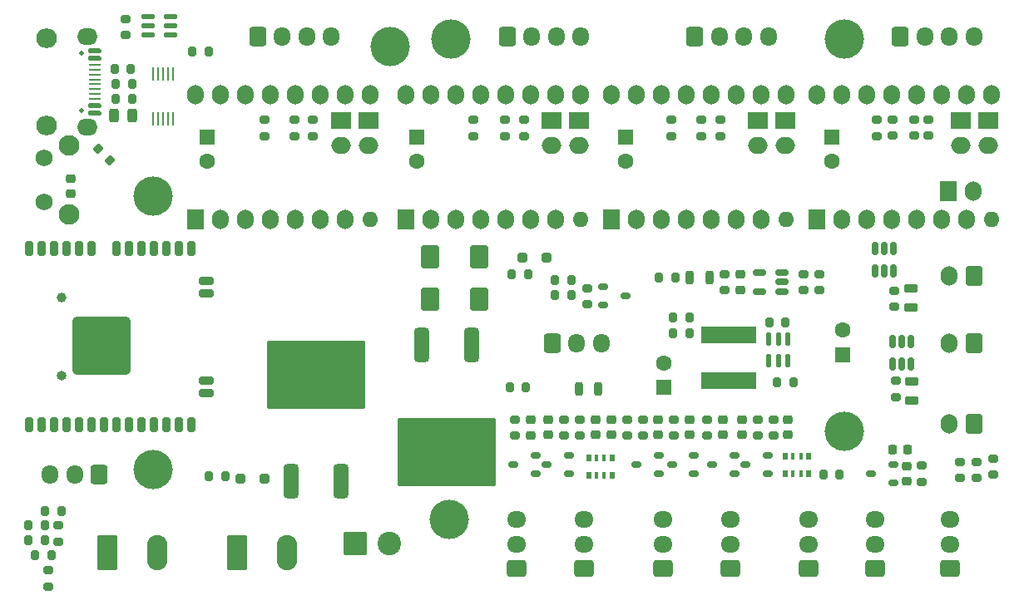
<source format=gbr>
%TF.GenerationSoftware,KiCad,Pcbnew,9.0.1-9.0.1-0~ubuntu24.04.1*%
%TF.CreationDate,2025-04-30T23:19:22+03:00*%
%TF.ProjectId,HYB_ESPA,4859425f-4553-4504-912e-6b696361645f,V_0.1b*%
%TF.SameCoordinates,PX5f5e100PY5f5e100*%
%TF.FileFunction,Soldermask,Top*%
%TF.FilePolarity,Negative*%
%FSLAX46Y46*%
G04 Gerber Fmt 4.6, Leading zero omitted, Abs format (unit mm)*
G04 Created by KiCad (PCBNEW 9.0.1-9.0.1-0~ubuntu24.04.1) date 2025-04-30 23:19:22*
%MOMM*%
%LPD*%
G01*
G04 APERTURE LIST*
G04 Aperture macros list*
%AMRoundRect*
0 Rectangle with rounded corners*
0 $1 Rounding radius*
0 $2 $3 $4 $5 $6 $7 $8 $9 X,Y pos of 4 corners*
0 Add a 4 corners polygon primitive as box body*
4,1,4,$2,$3,$4,$5,$6,$7,$8,$9,$2,$3,0*
0 Add four circle primitives for the rounded corners*
1,1,$1+$1,$2,$3*
1,1,$1+$1,$4,$5*
1,1,$1+$1,$6,$7*
1,1,$1+$1,$8,$9*
0 Add four rect primitives between the rounded corners*
20,1,$1+$1,$2,$3,$4,$5,0*
20,1,$1+$1,$4,$5,$6,$7,0*
20,1,$1+$1,$6,$7,$8,$9,0*
20,1,$1+$1,$8,$9,$2,$3,0*%
G04 Aperture macros list end*
%ADD10RoundRect,0.200000X-0.275000X0.200000X-0.275000X-0.200000X0.275000X-0.200000X0.275000X0.200000X0*%
%ADD11RoundRect,0.200000X0.200000X0.500000X-0.200000X0.500000X-0.200000X-0.500000X0.200000X-0.500000X0*%
%ADD12RoundRect,0.150000X0.150000X-0.512500X0.150000X0.512500X-0.150000X0.512500X-0.150000X-0.512500X0*%
%ADD13RoundRect,0.249999X-0.790001X-1.550001X0.790001X-1.550001X0.790001X1.550001X-0.790001X1.550001X0*%
%ADD14O,2.080000X3.600000*%
%ADD15RoundRect,0.200000X-0.200000X-0.275000X0.200000X-0.275000X0.200000X0.275000X-0.200000X0.275000X0*%
%ADD16RoundRect,0.225000X0.250000X-0.225000X0.250000X0.225000X-0.250000X0.225000X-0.250000X-0.225000X0*%
%ADD17RoundRect,0.250000X0.725000X-0.600000X0.725000X0.600000X-0.725000X0.600000X-0.725000X-0.600000X0*%
%ADD18O,1.950000X1.700000*%
%ADD19RoundRect,0.200000X0.275000X-0.200000X0.275000X0.200000X-0.275000X0.200000X-0.275000X-0.200000X0*%
%ADD20RoundRect,0.200000X0.200000X0.550060X-0.200000X0.550060X-0.200000X-0.550060X0.200000X-0.550060X0*%
%ADD21RoundRect,0.200000X-0.550060X0.200000X-0.550060X-0.200000X0.550060X-0.200000X0.550060X0.200000X0*%
%ADD22RoundRect,0.599999X2.399996X2.399996X-2.399996X2.399996X-2.399996X-2.399996X2.399996X-2.399996X0*%
%ADD23C,0.500000*%
%ADD24RoundRect,0.112500X-0.537500X0.112500X-0.537500X-0.112500X0.537500X-0.112500X0.537500X0.112500X0*%
%ADD25R,1.300000X0.240000*%
%ADD26O,2.100000X1.700000*%
%ADD27O,2.100000X2.000000*%
%ADD28R,2.000000X1.700000*%
%ADD29O,2.000000X1.700000*%
%ADD30R,0.500000X0.800000*%
%ADD31R,0.400000X0.800000*%
%ADD32R,1.600000X1.600000*%
%ADD33C,1.600000*%
%ADD34R,1.700000X2.000000*%
%ADD35O,1.700000X2.000000*%
%ADD36RoundRect,0.250000X0.600000X0.750000X-0.600000X0.750000X-0.600000X-0.750000X0.600000X-0.750000X0*%
%ADD37RoundRect,0.137500X0.137500X-0.525000X0.137500X0.525000X-0.137500X0.525000X-0.137500X-0.525000X0*%
%ADD38RoundRect,0.200000X0.500000X-0.200000X0.500000X0.200000X-0.500000X0.200000X-0.500000X-0.200000X0*%
%ADD39RoundRect,0.150000X0.350000X0.150000X-0.350000X0.150000X-0.350000X-0.150000X0.350000X-0.150000X0*%
%ADD40O,1.600000X1.600000*%
%ADD41C,4.000000*%
%ADD42RoundRect,0.225000X-0.250000X0.225000X-0.250000X-0.225000X0.250000X-0.225000X0.250000X0.225000X0*%
%ADD43RoundRect,0.200000X0.200000X0.275000X-0.200000X0.275000X-0.200000X-0.275000X0.200000X-0.275000X0*%
%ADD44RoundRect,0.340910X0.409090X-1.409090X0.409090X1.409090X-0.409090X1.409090X-0.409090X-1.409090X0*%
%ADD45RoundRect,0.186172X4.813828X-3.313828X4.813828X3.313828X-4.813828X3.313828X-4.813828X-3.313828X0*%
%ADD46RoundRect,0.200000X-0.335876X-0.053033X-0.053033X-0.335876X0.335876X0.053033X0.053033X0.335876X0*%
%ADD47RoundRect,0.250000X-0.600000X-0.725000X0.600000X-0.725000X0.600000X0.725000X-0.600000X0.725000X0*%
%ADD48O,1.700000X1.950000*%
%ADD49RoundRect,0.250000X-0.250000X-0.250000X0.250000X-0.250000X0.250000X0.250000X-0.250000X0.250000X0*%
%ADD50R,5.700000X1.800000*%
%ADD51RoundRect,0.250000X0.600000X0.725000X-0.600000X0.725000X-0.600000X-0.725000X0.600000X-0.725000X0*%
%ADD52RoundRect,0.243750X0.243750X0.456250X-0.243750X0.456250X-0.243750X-0.456250X0.243750X-0.456250X0*%
%ADD53RoundRect,0.060000X-0.060000X0.590000X-0.060000X-0.590000X0.060000X-0.590000X0.060000X0.590000X0*%
%ADD54RoundRect,0.340910X-0.409090X1.409090X-0.409090X-1.409090X0.409090X-1.409090X0.409090X1.409090X0*%
%ADD55RoundRect,0.186172X-4.813828X3.313828X-4.813828X-3.313828X4.813828X-3.313828X4.813828X3.313828X0*%
%ADD56RoundRect,0.225000X-0.225000X-0.250000X0.225000X-0.250000X0.225000X0.250000X-0.225000X0.250000X0*%
%ADD57RoundRect,0.250001X-0.949999X-0.949999X0.949999X-0.949999X0.949999X0.949999X-0.949999X0.949999X0*%
%ADD58C,2.400000*%
%ADD59C,1.750000*%
%ADD60C,2.100000*%
%ADD61RoundRect,0.150000X0.512500X0.150000X-0.512500X0.150000X-0.512500X-0.150000X0.512500X-0.150000X0*%
%ADD62RoundRect,0.200000X-0.200000X-0.500000X0.200000X-0.500000X0.200000X0.500000X-0.200000X0.500000X0*%
%ADD63RoundRect,0.137500X0.525000X0.137500X-0.525000X0.137500X-0.525000X-0.137500X0.525000X-0.137500X0*%
%ADD64RoundRect,0.150000X-0.350000X-0.150000X0.350000X-0.150000X0.350000X0.150000X-0.350000X0.150000X0*%
%ADD65RoundRect,0.195652X0.704348X0.954348X-0.704348X0.954348X-0.704348X-0.954348X0.704348X-0.954348X0*%
%ADD66O,1.000000X1.000000*%
%ADD67C,1.000000*%
G04 APERTURE END LIST*
D10*
%TO.C,R38*%
X91700000Y13525000D03*
X91700000Y11875000D03*
%TD*%
D11*
%TO.C,D2*%
X58800000Y21300000D03*
X56800000Y21300000D03*
%TD*%
D12*
%TO.C,U11*%
X86950000Y33362500D03*
X87900000Y33362500D03*
X88850000Y33362500D03*
X88850000Y35637500D03*
X87900000Y35637500D03*
X86950000Y35637500D03*
%TD*%
D10*
%TO.C,R37*%
X75000000Y18225000D03*
X75000000Y16575000D03*
%TD*%
D13*
%TO.C,J21*%
X8800000Y4600000D03*
D14*
X13880000Y4600000D03*
%TD*%
D15*
%TO.C,R23*%
X49975000Y33000000D03*
X51625000Y33000000D03*
%TD*%
D16*
%TO.C,C7*%
X53700000Y16625000D03*
X53700000Y18175000D03*
%TD*%
D17*
%TO.C,J26*%
X65401242Y3000000D03*
D18*
X65401242Y5500000D03*
X65401242Y8000000D03*
%TD*%
D19*
%TO.C,F4*%
X97300000Y12300000D03*
X97300000Y13900000D03*
%TD*%
D10*
%TO.C,F3*%
X95600000Y13900000D03*
X95600000Y12300000D03*
%TD*%
D20*
%TO.C,U7*%
X853012Y17651761D03*
X2123012Y17651761D03*
X3393012Y17651761D03*
X4663012Y17651761D03*
X5933012Y17651761D03*
X7203012Y17651761D03*
X8473012Y17651761D03*
X9743012Y17651761D03*
X11013012Y17651761D03*
X12283012Y17651761D03*
X13553012Y17651761D03*
X14823012Y17651761D03*
X16093012Y17651761D03*
X17363012Y17651761D03*
D21*
X18853012Y20936761D03*
X18853012Y22206761D03*
X18853012Y31096761D03*
X18853012Y32366761D03*
D20*
X17363012Y35651761D03*
X16093012Y35651761D03*
X14823012Y35651761D03*
X13553012Y35651761D03*
X12283012Y35651761D03*
X11013012Y35651761D03*
X9743012Y35651761D03*
X7203012Y35651761D03*
X5933012Y35651761D03*
X4663012Y35651761D03*
X3393012Y35651761D03*
X2123012Y35651761D03*
X853012Y35651761D03*
D22*
X8193012Y25721761D03*
%TD*%
D23*
%TO.C,J2*%
X6215000Y55490000D03*
X6215000Y49710000D03*
D24*
X7510000Y55800000D03*
X7510000Y55000000D03*
D25*
X7510000Y53850000D03*
X7510000Y52850000D03*
X7510000Y52350000D03*
X7510000Y51350000D03*
D24*
X7510000Y50200000D03*
X7510000Y49400000D03*
X7510000Y49400000D03*
X7510000Y50200000D03*
D25*
X7510000Y50850000D03*
X7510000Y51850000D03*
X7510000Y53350000D03*
X7510000Y54350000D03*
D24*
X7510000Y55000000D03*
X7510000Y55800000D03*
D26*
X6815000Y57250000D03*
D27*
X2635000Y57070000D03*
X2635000Y48130000D03*
D26*
X6815000Y47950000D03*
%TD*%
D28*
%TO.C,J5*%
X32600000Y48700000D03*
D29*
X32600000Y46160000D03*
%TD*%
D30*
%TO.C,RN2*%
X77800000Y12700000D03*
X77800000Y14500000D03*
D31*
X78600000Y12700000D03*
X78600000Y14500000D03*
X79400000Y12700000D03*
X79400000Y14500000D03*
D30*
X80200000Y12700000D03*
X80200000Y14500000D03*
%TD*%
D19*
%TO.C,R13*%
X87100000Y47075000D03*
X87100000Y48725000D03*
%TD*%
D32*
%TO.C,C3*%
X19000000Y47000000D03*
D33*
X19000000Y44500000D03*
%TD*%
D10*
%TO.C,R20*%
X55300000Y18225000D03*
X55300000Y16575000D03*
%TD*%
D15*
%TO.C,R19*%
X19175000Y12400000D03*
X20825000Y12400000D03*
%TD*%
D34*
%TO.C,J31*%
X94425000Y41500000D03*
D35*
X96965000Y41500000D03*
%TD*%
D19*
%TO.C,R17*%
X92400000Y47100000D03*
X92400000Y48750000D03*
%TD*%
D10*
%TO.C,R24*%
X50274590Y18200494D03*
X50274590Y16550494D03*
%TD*%
D19*
%TO.C,R12*%
X71200000Y47075000D03*
X71200000Y48725000D03*
%TD*%
D15*
%TO.C,R34*%
X81675000Y12600000D03*
X83325000Y12600000D03*
%TD*%
D19*
%TO.C,R36*%
X89100000Y20475000D03*
X89100000Y22125000D03*
%TD*%
D36*
%TO.C,J18*%
X97000000Y26010690D03*
D35*
X94500000Y26010690D03*
%TD*%
D19*
%TO.C,R6*%
X27900000Y47075000D03*
X27900000Y48725000D03*
%TD*%
D16*
%TO.C,C9*%
X64900000Y16625000D03*
X64900000Y18175000D03*
%TD*%
D37*
%TO.C,U10*%
X76150000Y24162500D03*
X77100000Y24162500D03*
X78050000Y24162500D03*
X78050000Y26437500D03*
X77100000Y26437500D03*
X76150000Y26437500D03*
%TD*%
D28*
%TO.C,J12*%
X77800000Y48700000D03*
D29*
X77800000Y46160000D03*
%TD*%
D38*
%TO.C,D6*%
X90700000Y20100000D03*
X90700000Y22100000D03*
%TD*%
D19*
%TO.C,R7*%
X29700000Y47075000D03*
X29700000Y48725000D03*
%TD*%
D39*
%TO.C,Q5*%
X55793717Y12650000D03*
X55793717Y14550000D03*
X53518717Y13600000D03*
%TD*%
%TO.C,Q6*%
X52393717Y12650000D03*
X52393717Y14550000D03*
X50118717Y13600000D03*
%TD*%
D34*
%TO.C,U5*%
X60100000Y38600000D03*
D35*
X62640000Y38600000D03*
X65180000Y38600000D03*
X67720000Y38600000D03*
X70260000Y38600000D03*
X72800000Y38600000D03*
X75340000Y38600000D03*
D40*
X77880000Y38600000D03*
D35*
X77880000Y51300000D03*
X75340000Y51300000D03*
X72800000Y51300000D03*
X70260000Y51300000D03*
X67720000Y51300000D03*
X65180000Y51300000D03*
X62640000Y51300000D03*
X60100000Y51300000D03*
%TD*%
D41*
%TO.C,H2*%
X37600000Y56200000D03*
%TD*%
D42*
%TO.C,C20*%
X73238361Y32975000D03*
X73238361Y31425000D03*
%TD*%
D43*
%TO.C,C2*%
X19125000Y55700000D03*
X17475000Y55700000D03*
%TD*%
D34*
%TO.C,U3*%
X17800000Y38600000D03*
D35*
X20340000Y38600000D03*
X22880000Y38600000D03*
X25420000Y38600000D03*
X27960000Y38600000D03*
X30500000Y38600000D03*
X33040000Y38600000D03*
D40*
X35580000Y38600000D03*
D35*
X35580000Y51300000D03*
X33040000Y51300000D03*
X30500000Y51300000D03*
X27960000Y51300000D03*
X25420000Y51300000D03*
X22880000Y51300000D03*
X20340000Y51300000D03*
X17800000Y51300000D03*
%TD*%
D16*
%TO.C,C19*%
X90200000Y11925000D03*
X90200000Y13475000D03*
%TD*%
D34*
%TO.C,U6*%
X81020000Y38600000D03*
D35*
X83560000Y38600000D03*
X86100000Y38600000D03*
X88640000Y38600000D03*
X91180000Y38600000D03*
X93720000Y38600000D03*
X96260000Y38600000D03*
D40*
X98800000Y38600000D03*
D35*
X98800000Y51300000D03*
X96260000Y51300000D03*
X93720000Y51300000D03*
X91180000Y51300000D03*
X88640000Y51300000D03*
X86100000Y51300000D03*
X83560000Y51300000D03*
X81020000Y51300000D03*
%TD*%
D16*
%TO.C,C18*%
X73400000Y16625000D03*
X73400000Y18175000D03*
%TD*%
D39*
%TO.C,Q9*%
X88837500Y11750000D03*
X88837500Y13650000D03*
X86562500Y12700000D03*
%TD*%
%TO.C,Q8*%
X68537500Y12650000D03*
X68537500Y14550000D03*
X66262500Y13600000D03*
%TD*%
D44*
%TO.C,Q1*%
X27560000Y11900000D03*
D45*
X30100000Y22800000D03*
D44*
X32640000Y11900000D03*
%TD*%
D43*
%TO.C,R30*%
X56025000Y32400000D03*
X54375000Y32400000D03*
%TD*%
D10*
%TO.C,R35*%
X66500000Y18225000D03*
X66500000Y16575000D03*
%TD*%
D43*
%TO.C,C24*%
X2425000Y5935170D03*
X775000Y5935170D03*
%TD*%
D46*
%TO.C,C27*%
X7916637Y45783363D03*
X9083363Y44616637D03*
%TD*%
D28*
%TO.C,J11*%
X95700000Y48700000D03*
D29*
X95700000Y46160000D03*
%TD*%
D32*
%TO.C,C23*%
X65450000Y21467620D03*
D33*
X65450000Y23967620D03*
%TD*%
D19*
%TO.C,R10*%
X46100000Y47075000D03*
X46100000Y48725000D03*
%TD*%
D47*
%TO.C,J6*%
X49500000Y57200000D03*
D48*
X52000000Y57200000D03*
X54500000Y57200000D03*
X57000000Y57200000D03*
%TD*%
D49*
%TO.C,D4*%
X51050000Y34700000D03*
X53550000Y34700000D03*
%TD*%
D10*
%TO.C,R40*%
X69900000Y18225000D03*
X69900000Y16575000D03*
%TD*%
D47*
%TO.C,J9*%
X89500000Y57200000D03*
D48*
X92000000Y57200000D03*
X94500000Y57200000D03*
X97000000Y57200000D03*
%TD*%
D28*
%TO.C,J4*%
X35400000Y48700000D03*
D29*
X35400000Y46160000D03*
%TD*%
D13*
%TO.C,J23*%
X22000000Y4600000D03*
D14*
X27080000Y4600000D03*
%TD*%
D10*
%TO.C,C26*%
X2800000Y2825000D03*
X2800000Y1175000D03*
%TD*%
D38*
%TO.C,D5*%
X90641339Y29594033D03*
X90641339Y31594033D03*
%TD*%
D41*
%TO.C,H5*%
X13500000Y13100000D03*
%TD*%
D32*
%TO.C,C5*%
X40300000Y47000000D03*
D33*
X40300000Y44500000D03*
%TD*%
D15*
%TO.C,R41*%
X66427904Y27000000D03*
X68077904Y27000000D03*
%TD*%
D16*
%TO.C,C10*%
X51874590Y16600494D03*
X51874590Y18150494D03*
%TD*%
D19*
%TO.C,R9*%
X51200000Y47075000D03*
X51200000Y48725000D03*
%TD*%
D50*
%TO.C,L1*%
X72100000Y22200000D03*
X72100000Y26800000D03*
%TD*%
D39*
%TO.C,Q4*%
X64937500Y12650000D03*
X64937500Y14550000D03*
X62662500Y13600000D03*
%TD*%
D34*
%TO.C,U4*%
X39200000Y38600000D03*
D35*
X41740000Y38600000D03*
X44280000Y38600000D03*
X46820000Y38600000D03*
X49360000Y38600000D03*
X51900000Y38600000D03*
X54440000Y38600000D03*
D40*
X56980000Y38600000D03*
D35*
X56980000Y51300000D03*
X54440000Y51300000D03*
X51900000Y51300000D03*
X49360000Y51300000D03*
X46820000Y51300000D03*
X44280000Y51300000D03*
X41740000Y51300000D03*
X39200000Y51300000D03*
%TD*%
D47*
%TO.C,J16*%
X54100000Y26000000D03*
D48*
X56600000Y26000000D03*
X59100000Y26000000D03*
%TD*%
D16*
%TO.C,C14*%
X68100000Y16625000D03*
X68100000Y18175000D03*
%TD*%
D19*
%TO.C,R46*%
X3800000Y5775000D03*
X3800000Y7425000D03*
%TD*%
D30*
%TO.C,RN1*%
X57800000Y12500000D03*
X57800000Y14300000D03*
D31*
X58600000Y12500000D03*
X58600000Y14300000D03*
X59400000Y12500000D03*
X59400000Y14300000D03*
D30*
X60200000Y12500000D03*
X60200000Y14300000D03*
%TD*%
D41*
%TO.C,H3*%
X43800000Y57000000D03*
%TD*%
D28*
%TO.C,J8*%
X56800000Y48700000D03*
D29*
X56800000Y46160000D03*
%TD*%
D47*
%TO.C,J3*%
X24100000Y57200000D03*
D48*
X26600000Y57200000D03*
X29100000Y57200000D03*
X31600000Y57200000D03*
%TD*%
D15*
%TO.C,R21*%
X49775000Y21500000D03*
X51425000Y21500000D03*
%TD*%
D10*
%TO.C,R42*%
X76600000Y18225000D03*
X76600000Y16575000D03*
%TD*%
%TO.C,R22*%
X61700000Y18225000D03*
X61700000Y16575000D03*
%TD*%
D19*
%TO.C,R15*%
X69300000Y47075000D03*
X69300000Y48725000D03*
%TD*%
D43*
%TO.C,R44*%
X4125000Y8900000D03*
X2475000Y8900000D03*
%TD*%
D39*
%TO.C,Q10*%
X76037500Y12650000D03*
X76037500Y14550000D03*
X73762500Y13600000D03*
%TD*%
D51*
%TO.C,J15*%
X8000000Y12600000D03*
D48*
X5500000Y12600000D03*
X3000000Y12600000D03*
%TD*%
D10*
%TO.C,C21*%
X81262500Y33025000D03*
X81262500Y31375000D03*
%TD*%
D47*
%TO.C,J13*%
X68600000Y57200000D03*
D48*
X71100000Y57200000D03*
X73600000Y57200000D03*
X76100000Y57200000D03*
%TD*%
D52*
%TO.C,F1*%
X11337500Y49200000D03*
X9462500Y49200000D03*
%TD*%
D42*
%TO.C,C1*%
X5100000Y42775000D03*
X5100000Y41225000D03*
%TD*%
D43*
%TO.C,R26*%
X56055375Y30900000D03*
X54405375Y30900000D03*
%TD*%
D10*
%TO.C,R27*%
X56900000Y18225000D03*
X56900000Y16575000D03*
%TD*%
D32*
%TO.C,C6*%
X82520000Y47000000D03*
D33*
X82520000Y44500000D03*
%TD*%
D10*
%TO.C,R28*%
X63300000Y18225000D03*
X63300000Y16575000D03*
%TD*%
D19*
%TO.C,R18*%
X88700000Y47100000D03*
X88700000Y48750000D03*
%TD*%
D53*
%TO.C,U2*%
X15500000Y53400000D03*
X15000000Y53400000D03*
X14500000Y53400000D03*
X14000000Y53400000D03*
X13500000Y53400000D03*
X13500000Y48800000D03*
X14000000Y48800000D03*
X14500000Y48800000D03*
X15000000Y48800000D03*
X15500000Y48800000D03*
%TD*%
D54*
%TO.C,Q3*%
X45940000Y25820680D03*
D55*
X43400000Y14920680D03*
D54*
X40860000Y25820680D03*
%TD*%
D36*
%TO.C,J17*%
X97000000Y32810690D03*
D35*
X94500000Y32810690D03*
%TD*%
D41*
%TO.C,H4*%
X83800000Y57000000D03*
%TD*%
D10*
%TO.C,R1*%
X10700000Y59025000D03*
X10700000Y57375000D03*
%TD*%
D17*
%TO.C,J28*%
X72201242Y3000000D03*
D18*
X72201242Y5500000D03*
X72201242Y8000000D03*
%TD*%
D17*
%TO.C,J27*%
X80200000Y3000000D03*
D18*
X80200000Y5500000D03*
X80200000Y8000000D03*
%TD*%
D56*
%TO.C,C16*%
X88725000Y15100000D03*
X90275000Y15100000D03*
%TD*%
D43*
%TO.C,C22*%
X77825000Y28100000D03*
X76175000Y28100000D03*
%TD*%
D10*
%TO.C,C13*%
X71638361Y33025000D03*
X71638361Y31375000D03*
%TD*%
D19*
%TO.C,R16*%
X90900000Y47100000D03*
X90900000Y48750000D03*
%TD*%
D57*
%TO.C,J22*%
X34020000Y5600000D03*
D58*
X37520000Y5600000D03*
%TD*%
D17*
%TO.C,J24*%
X50505097Y3000000D03*
D18*
X50505097Y5500000D03*
X50505097Y8000000D03*
%TD*%
D32*
%TO.C,C4*%
X61600000Y47000000D03*
D33*
X61600000Y44500000D03*
%TD*%
D59*
%TO.C,SW1*%
X2400000Y40349999D03*
X2400000Y44849999D03*
D60*
X4890000Y39099999D03*
X4890000Y46109999D03*
%TD*%
D28*
%TO.C,J10*%
X75000000Y48700000D03*
D29*
X75000000Y46160000D03*
%TD*%
D19*
%TO.C,R8*%
X24800000Y47075000D03*
X24800000Y48725000D03*
%TD*%
D61*
%TO.C,U8*%
X77500000Y31250000D03*
X77500000Y32200000D03*
X77500000Y33150000D03*
X75225000Y33150000D03*
X75225000Y31250000D03*
%TD*%
D43*
%TO.C,R5*%
X11325000Y52400000D03*
X9675000Y52400000D03*
%TD*%
D16*
%TO.C,C17*%
X78100000Y16625000D03*
X78100000Y18175000D03*
%TD*%
D32*
%TO.C,C12*%
X83700000Y24800000D03*
D33*
X83700000Y27300000D03*
%TD*%
D16*
%TO.C,C15*%
X71500000Y16625000D03*
X71500000Y18175000D03*
%TD*%
D41*
%TO.C,H6*%
X83800000Y17000000D03*
%TD*%
D16*
%TO.C,C11*%
X60100000Y16625000D03*
X60100000Y18175000D03*
%TD*%
D43*
%TO.C,R32*%
X78625000Y22000000D03*
X76975000Y22000000D03*
%TD*%
D19*
%TO.C,R33*%
X88900000Y29675000D03*
X88900000Y31325000D03*
%TD*%
D43*
%TO.C,R4*%
X11225000Y53905117D03*
X9575000Y53905117D03*
%TD*%
D62*
%TO.C,D3*%
X68100000Y32700000D03*
X70100000Y32700000D03*
%TD*%
D28*
%TO.C,J14*%
X98500000Y48700000D03*
D29*
X98500000Y46160000D03*
%TD*%
D39*
%TO.C,Q7*%
X72637500Y12650000D03*
X72637500Y14550000D03*
X70362500Y13600000D03*
%TD*%
D15*
%TO.C,R2*%
X9675000Y50900000D03*
X11325000Y50900000D03*
%TD*%
D63*
%TO.C,U1*%
X15237500Y57350000D03*
X15237500Y58300000D03*
X15237500Y59250000D03*
X12962500Y59250000D03*
X12962500Y58300000D03*
X12962500Y57350000D03*
%TD*%
D36*
%TO.C,J19*%
X97000000Y17800000D03*
D35*
X94500000Y17800000D03*
%TD*%
D19*
%TO.C,R14*%
X66200000Y47075000D03*
X66200000Y48725000D03*
%TD*%
%TO.C,R43*%
X99000000Y12575000D03*
X99000000Y14225000D03*
%TD*%
D43*
%TO.C,R45*%
X3125000Y4400000D03*
X1475000Y4400000D03*
%TD*%
D12*
%TO.C,U9*%
X88742493Y23840724D03*
X89692493Y23840724D03*
X90642493Y23840724D03*
X90642493Y26115724D03*
X89692493Y26115724D03*
X88742493Y26115724D03*
%TD*%
D19*
%TO.C,R11*%
X49300000Y47075000D03*
X49300000Y48725000D03*
%TD*%
D16*
%TO.C,C8*%
X58500000Y16625000D03*
X58500000Y18175000D03*
%TD*%
D17*
%TO.C,J30*%
X94600000Y3000000D03*
D18*
X94600000Y5500000D03*
X94600000Y8000000D03*
%TD*%
D43*
%TO.C,C25*%
X2425000Y7400000D03*
X775000Y7400000D03*
%TD*%
D64*
%TO.C,Q2*%
X59262500Y31750000D03*
X59262500Y29850000D03*
X61537500Y30800000D03*
%TD*%
D41*
%TO.C,H1*%
X13500000Y41000000D03*
%TD*%
D65*
%TO.C,D8*%
X46700000Y30500000D03*
X41700000Y30500000D03*
%TD*%
D28*
%TO.C,J7*%
X54000000Y48700000D03*
D29*
X54000000Y46160000D03*
%TD*%
D65*
%TO.C,D7*%
X46700000Y34800000D03*
X41700000Y34800000D03*
%TD*%
D41*
%TO.C,H7*%
X43590000Y8000000D03*
%TD*%
D17*
%TO.C,J25*%
X57305097Y3000000D03*
D18*
X57305097Y5500000D03*
X57305097Y8000000D03*
%TD*%
D43*
%TO.C,R25*%
X66625000Y32700000D03*
X64975000Y32700000D03*
%TD*%
%TO.C,R39*%
X68077904Y28600000D03*
X66427904Y28600000D03*
%TD*%
D10*
%TO.C,R31*%
X79662500Y33025000D03*
X79662500Y31375000D03*
%TD*%
D17*
%TO.C,J29*%
X87000000Y3000000D03*
D18*
X87000000Y5500000D03*
X87000000Y8000000D03*
%TD*%
D10*
%TO.C,R29*%
X57700000Y31600000D03*
X57700000Y29950000D03*
%TD*%
D49*
%TO.C,D1*%
X22350000Y12200000D03*
X24850000Y12200000D03*
%TD*%
D66*
%TO.C,J20*%
X4200000Y22650000D03*
D67*
X4200000Y30650000D03*
%TD*%
M02*

</source>
